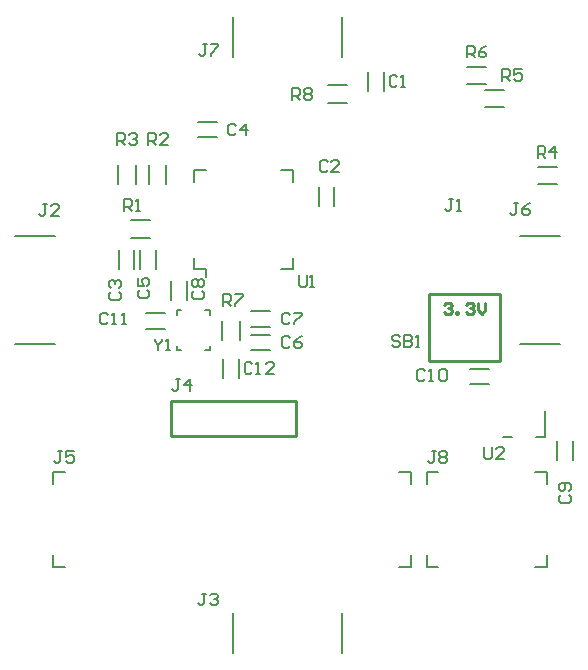
<source format=gto>
G04*
G04 #@! TF.GenerationSoftware,Altium Limited,Altium Designer,23.8.1 (32)*
G04*
G04 Layer_Color=65535*
%FSLAX44Y44*%
%MOMM*%
G71*
G04*
G04 #@! TF.SameCoordinates,30061C5B-BE2C-44CF-A243-5EA776C9CE0C*
G04*
G04*
G04 #@! TF.FilePolarity,Positive*
G04*
G01*
G75*
%ADD10C,0.2540*%
%ADD11C,0.1500*%
%ADD12C,0.1800*%
%ADD13C,0.2000*%
D10*
X120000Y-22346D02*
X180000D01*
X120000Y35000D02*
X180000D01*
Y-22346D02*
Y35000D01*
X120000Y-22346D02*
Y35000D01*
X6750Y-85495D02*
Y-55495D01*
X-98551Y-55495D02*
X6750Y-55495D01*
X-98551Y-85495D02*
Y-55495D01*
Y-85495D02*
X6750Y-85495D01*
X132540Y25871D02*
X134206Y27537D01*
X137538D01*
X139205Y25871D01*
Y24204D01*
X137538Y22538D01*
X135872D01*
X137538D01*
X139205Y20872D01*
Y19206D01*
X137538Y17540D01*
X134206D01*
X132540Y19206D01*
X142537Y17540D02*
Y19206D01*
X144203D01*
Y17540D01*
X142537D01*
X150867Y25871D02*
X152534Y27537D01*
X155866D01*
X157532Y25871D01*
Y24204D01*
X155866Y22538D01*
X154200D01*
X155866D01*
X157532Y20872D01*
Y19206D01*
X155866Y17540D01*
X152534D01*
X150867Y19206D01*
X160864Y27537D02*
Y20872D01*
X164196Y17540D01*
X167529Y20872D01*
Y27537D01*
D11*
X-69250Y55505D02*
X-69250Y49505D01*
X-79250Y55505D02*
X-69250Y55505D01*
X-79250Y65505D02*
X-79250Y55505D01*
X-5250D02*
X4750Y55505D01*
Y65505D01*
Y129505D02*
Y139505D01*
X-5250D02*
X4750D01*
X-79250D02*
X-69250D01*
X-79250D02*
X-79250Y129505D01*
D12*
X42000Y211330D02*
X50000D01*
X34000D02*
X42000D01*
Y196670D02*
X50000D01*
X34000D02*
X42000D01*
X-120000Y5420D02*
X-104000D01*
X-120000Y18580D02*
X-104000D01*
X-40670Y-4000D02*
Y4000D01*
Y12000D01*
X-55330Y-4000D02*
Y4000D01*
Y12000D01*
X-41420Y-36000D02*
Y-20000D01*
X-54580Y-36000D02*
Y-20000D01*
X212000Y127670D02*
X220000D01*
X228000D01*
X212000Y142330D02*
X220000D01*
X228000D01*
X160000Y227330D02*
X168000D01*
X152000D02*
X160000D01*
Y212670D02*
X168000D01*
X152000D02*
X160000D01*
X175000Y207330D02*
X183000D01*
X167000D02*
X175000D01*
Y192670D02*
X183000D01*
X167000D02*
X175000D01*
X81580Y207000D02*
Y223000D01*
X68420Y207000D02*
X68420Y223000D01*
X-117230Y136075D02*
Y144075D01*
Y128075D02*
Y136075D01*
X-102570D02*
Y144075D01*
Y128075D02*
Y136075D01*
X-143230D02*
Y144075D01*
Y128075D02*
Y136075D01*
X-128570D02*
Y144075D01*
Y128075D02*
Y136075D01*
X-129770Y55925D02*
Y71925D01*
X-142930Y55925D02*
Y71925D01*
X-111770D02*
X-111770Y55925D01*
X-124930Y55925D02*
Y71925D01*
X-76000Y167420D02*
X-60000D01*
X-76000Y180580D02*
X-60000D01*
X182000Y-86000D02*
X190000Y-86000D01*
X218000Y-86000D02*
Y-64000D01*
X210000Y-86000D02*
X218000Y-86000D01*
X26170Y109505D02*
Y125505D01*
X39330Y109505D02*
X39330Y125505D01*
X-85420Y30000D02*
Y46000D01*
X-98580Y30000D02*
Y46000D01*
X-31250Y20085D02*
X-15250Y20085D01*
X-31250Y6925D02*
X-15250Y6925D01*
X-132600Y82595D02*
X-124600D01*
X-116600D01*
X-132600Y97255D02*
X-124600D01*
X-116600D01*
X-31250Y85D02*
X-15250Y85D01*
X-31250Y-13075D02*
X-15250D01*
X228420Y-105500D02*
Y-89500D01*
X241580Y-105500D02*
Y-89500D01*
X154500Y-28420D02*
X170500D01*
X154500Y-41580D02*
X170500D01*
D13*
X-94000Y-13000D02*
Y-9000D01*
Y-13000D02*
X-90000D01*
X-94000Y21000D02*
X-90000D01*
X-94000Y17000D02*
Y21000D01*
X-66000Y17000D02*
Y21000D01*
X-70000D02*
X-66000D01*
X-70000Y-13000D02*
X-66000D01*
Y-9000D01*
X196650Y84075D02*
X230650D01*
X196650Y-7925D02*
X230650D01*
X46000Y235075D02*
Y269075D01*
X-46000D02*
X-46000Y235075D01*
X-230650Y84075D02*
X-196650D01*
X-230650Y-7925D02*
X-196650D01*
X46000Y-269075D02*
Y-235075D01*
X-46000Y-269075D02*
X-46000Y-235075D01*
X219443Y-196344D02*
X219443Y-186344D01*
X209443Y-196344D02*
X219443Y-196344D01*
X209358Y-116173D02*
X219358D01*
Y-126173D02*
Y-116173D01*
X117650Y-196075D02*
X127650D01*
X117650D02*
Y-186075D01*
Y-126075D02*
Y-116075D01*
X127650Y-116075D01*
X104443Y-196344D02*
Y-186344D01*
X94443Y-196344D02*
X104443D01*
X94358Y-116173D02*
X104358D01*
Y-126173D02*
Y-116173D01*
X-198350Y-196075D02*
X-188350D01*
X-198350D02*
Y-186075D01*
Y-116075D02*
X-198350Y-126075D01*
X-198350Y-116075D02*
X-188350Y-116075D01*
X9336Y50998D02*
Y42668D01*
X11002Y41002D01*
X14334D01*
X16000Y42668D01*
Y50998D01*
X19332Y41002D02*
X22664D01*
X20998D01*
Y50998D01*
X19332Y49332D01*
X3669Y199002D02*
Y208998D01*
X8668D01*
X10334Y207332D01*
Y204000D01*
X8668Y202334D01*
X3669D01*
X7002D02*
X10334Y199002D01*
X13666Y207332D02*
X15332Y208998D01*
X18664D01*
X20331Y207332D01*
Y205666D01*
X18664Y204000D01*
X20331Y202334D01*
Y200668D01*
X18664Y199002D01*
X15332D01*
X13666Y200668D01*
Y202334D01*
X15332Y204000D01*
X13666Y205666D01*
Y207332D01*
X15332Y204000D02*
X18664D01*
X-152165Y17332D02*
X-153831Y18998D01*
X-157164D01*
X-158830Y17332D01*
Y10668D01*
X-157164Y9002D01*
X-153831D01*
X-152165Y10668D01*
X-148833Y9002D02*
X-145501D01*
X-147167D01*
Y18998D01*
X-148833Y17332D01*
X-140502Y9002D02*
X-137170D01*
X-138836D01*
Y18998D01*
X-140502Y17332D01*
X-112664Y-3002D02*
Y-4668D01*
X-109332Y-8000D01*
X-106000Y-4668D01*
Y-3002D01*
X-109332Y-8000D02*
Y-12998D01*
X-102668D02*
X-99335D01*
X-101002D01*
Y-3002D01*
X-102668Y-4668D01*
X-54331Y25002D02*
Y34998D01*
X-49332D01*
X-47666Y33332D01*
Y30000D01*
X-49332Y28334D01*
X-54331D01*
X-50998D02*
X-47666Y25002D01*
X-44334Y34998D02*
X-37669D01*
Y33332D01*
X-44334Y26668D01*
Y25002D01*
X-29832Y-24668D02*
X-31498Y-23002D01*
X-34830D01*
X-36496Y-24668D01*
Y-31332D01*
X-34830Y-32998D01*
X-31498D01*
X-29832Y-31332D01*
X-26499Y-32998D02*
X-23167D01*
X-24833D01*
Y-23002D01*
X-26499Y-24668D01*
X-11504Y-32998D02*
X-18168D01*
X-11504Y-26334D01*
Y-24668D01*
X-13170Y-23002D01*
X-16502D01*
X-18168Y-24668D01*
X211669Y150002D02*
Y159998D01*
X216668D01*
X218334Y158332D01*
Y155000D01*
X216668Y153334D01*
X211669D01*
X215002D02*
X218334Y150002D01*
X226665D02*
Y159998D01*
X221666Y155000D01*
X228331D01*
X151669Y235002D02*
Y244998D01*
X156668D01*
X158334Y243332D01*
Y240000D01*
X156668Y238334D01*
X151669D01*
X155002D02*
X158334Y235002D01*
X168331Y244998D02*
X164998Y243332D01*
X161666Y240000D01*
Y236668D01*
X163332Y235002D01*
X166665D01*
X168331Y236668D01*
Y238334D01*
X166665Y240000D01*
X161666D01*
X181669Y215002D02*
Y224998D01*
X186668D01*
X188334Y223332D01*
Y220000D01*
X186668Y218334D01*
X181669D01*
X185002D02*
X188334Y215002D01*
X198331Y224998D02*
X191666D01*
Y220000D01*
X194998Y221666D01*
X196665D01*
X198331Y220000D01*
Y216668D01*
X196665Y215002D01*
X193332D01*
X191666Y216668D01*
X194905Y111403D02*
X191573D01*
X193239D01*
Y103073D01*
X191573Y101406D01*
X189907D01*
X188241Y103073D01*
X204902Y111403D02*
X201570Y109737D01*
X198238Y106405D01*
Y103073D01*
X199904Y101406D01*
X203236D01*
X204902Y103073D01*
Y104739D01*
X203236Y106405D01*
X198238D01*
X-68566Y246073D02*
X-71898D01*
X-70232D01*
Y237743D01*
X-71898Y236077D01*
X-73565D01*
X-75231Y237743D01*
X-65234Y246073D02*
X-58569D01*
Y244407D01*
X-65234Y237743D01*
Y236077D01*
X-203566Y111073D02*
X-206898D01*
X-205232D01*
Y102743D01*
X-206898Y101077D01*
X-208564D01*
X-210231Y102743D01*
X-193569Y101077D02*
X-200234D01*
X-193569Y107741D01*
Y109407D01*
X-195236Y111073D01*
X-198568D01*
X-200234Y109407D01*
X-69316Y-218827D02*
X-72648D01*
X-70982D01*
Y-227157D01*
X-72648Y-228823D01*
X-74315D01*
X-75981Y-227157D01*
X-65984Y-220493D02*
X-64318Y-218827D01*
X-60985D01*
X-59319Y-220493D01*
Y-222159D01*
X-60985Y-223825D01*
X-62652D01*
X-60985D01*
X-59319Y-225491D01*
Y-227157D01*
X-60985Y-228823D01*
X-64318D01*
X-65984Y-227157D01*
X95002Y-1668D02*
X93336Y-2D01*
X90003D01*
X88337Y-1668D01*
Y-3334D01*
X90003Y-5000D01*
X93336D01*
X95002Y-6666D01*
Y-8332D01*
X93336Y-9998D01*
X90003D01*
X88337Y-8332D01*
X98334Y-2D02*
Y-9998D01*
X103332D01*
X104998Y-8332D01*
Y-6666D01*
X103332Y-5000D01*
X98334D01*
X103332D01*
X104998Y-3334D01*
Y-1668D01*
X103332Y-2D01*
X98334D01*
X108331Y-9998D02*
X111663D01*
X109997D01*
Y-2D01*
X108331Y-1668D01*
X125251Y-97932D02*
X121918D01*
X123584D01*
Y-106263D01*
X121918Y-107929D01*
X120252D01*
X118586Y-106263D01*
X128583Y-99598D02*
X130249Y-97932D01*
X133581D01*
X135247Y-99598D01*
Y-101264D01*
X133581Y-102931D01*
X135247Y-104597D01*
Y-106263D01*
X133581Y-107929D01*
X130249D01*
X128583Y-106263D01*
Y-104597D01*
X130249Y-102931D01*
X128583Y-101264D01*
Y-99598D01*
X130249Y-102931D02*
X133581D01*
X-190725Y-97932D02*
X-194058D01*
X-192392D01*
Y-106263D01*
X-194058Y-107929D01*
X-195724D01*
X-197390Y-106263D01*
X-180729Y-97932D02*
X-187393D01*
Y-102931D01*
X-184061Y-101264D01*
X-182395D01*
X-180729Y-102931D01*
Y-106263D01*
X-182395Y-107929D01*
X-185727D01*
X-187393Y-106263D01*
X166669Y-95002D02*
Y-103332D01*
X168335Y-104998D01*
X171668D01*
X173334Y-103332D01*
Y-95002D01*
X183331Y-104998D02*
X176666D01*
X183331Y-98334D01*
Y-96668D01*
X181665Y-95002D01*
X178332D01*
X176666Y-96668D01*
X116400Y-30763D02*
X114734Y-29096D01*
X111402D01*
X109736Y-30763D01*
Y-37427D01*
X111402Y-39093D01*
X114734D01*
X116400Y-37427D01*
X119733Y-39093D02*
X123065D01*
X121399D01*
Y-29096D01*
X119733Y-30763D01*
X128063D02*
X129730Y-29096D01*
X133062D01*
X134728Y-30763D01*
Y-37427D01*
X133062Y-39093D01*
X129730D01*
X128063Y-37427D01*
Y-30763D01*
X231518Y-135216D02*
X229852Y-136882D01*
Y-140215D01*
X231518Y-141881D01*
X238182D01*
X239848Y-140215D01*
Y-136882D01*
X238182Y-135216D01*
Y-131884D02*
X239848Y-130218D01*
Y-126885D01*
X238182Y-125219D01*
X231518D01*
X229852Y-126885D01*
Y-130218D01*
X231518Y-131884D01*
X233184D01*
X234850Y-130218D01*
Y-125219D01*
X-79209Y37490D02*
X-80875Y35824D01*
Y32492D01*
X-79209Y30826D01*
X-72544D01*
X-70878Y32492D01*
Y35824D01*
X-72544Y37490D01*
X-79209Y40823D02*
X-80875Y42489D01*
Y45821D01*
X-79209Y47487D01*
X-77543D01*
X-75876Y45821D01*
X-74210Y47487D01*
X-72544D01*
X-70878Y45821D01*
Y42489D01*
X-72544Y40823D01*
X-74210D01*
X-75876Y42489D01*
X-77543Y40823D01*
X-79209D01*
X-75876Y42489D02*
Y45821D01*
X-144231Y161077D02*
Y171073D01*
X-139232D01*
X-137566Y169407D01*
Y166075D01*
X-139232Y164409D01*
X-144231D01*
X-140898D02*
X-137566Y161077D01*
X-134234Y169407D02*
X-132568Y171073D01*
X-129235D01*
X-127569Y169407D01*
Y167741D01*
X-129235Y166075D01*
X-130902D01*
X-129235D01*
X-127569Y164409D01*
Y162743D01*
X-129235Y161077D01*
X-132568D01*
X-134234Y162743D01*
X-118231Y161077D02*
Y171073D01*
X-113232D01*
X-111566Y169407D01*
Y166075D01*
X-113232Y164409D01*
X-118231D01*
X-114898D02*
X-111566Y161077D01*
X-101569D02*
X-108234D01*
X-101569Y167741D01*
Y169407D01*
X-103236Y171073D01*
X-106568D01*
X-108234Y169407D01*
X-138208Y105177D02*
Y115174D01*
X-133210D01*
X-131544Y113508D01*
Y110175D01*
X-133210Y108509D01*
X-138208D01*
X-134876D02*
X-131544Y105177D01*
X-128211D02*
X-124879D01*
X-126545D01*
Y115174D01*
X-128211Y113508D01*
X-91158Y-37226D02*
X-94490D01*
X-92824D01*
Y-45557D01*
X-94490Y-47223D01*
X-96156D01*
X-97822Y-45557D01*
X-82827Y-47223D02*
Y-37226D01*
X-87825Y-42225D01*
X-81161D01*
X140000Y114998D02*
X136668D01*
X138334D01*
Y106668D01*
X136668Y105002D01*
X135002D01*
X133336Y106668D01*
X143332Y105002D02*
X146664D01*
X144998D01*
Y114998D01*
X143332Y113332D01*
X2334Y17332D02*
X668Y18998D01*
X-2664D01*
X-4331Y17332D01*
Y10668D01*
X-2664Y9002D01*
X668D01*
X2334Y10668D01*
X5666Y18998D02*
X12331D01*
Y17332D01*
X5666Y10668D01*
Y9002D01*
X2334Y-2668D02*
X668Y-1002D01*
X-2664D01*
X-4331Y-2668D01*
Y-9332D01*
X-2664Y-10998D01*
X668D01*
X2334Y-9332D01*
X12331Y-1002D02*
X8998Y-2668D01*
X5666Y-6000D01*
Y-9332D01*
X7332Y-10998D01*
X10664D01*
X12331Y-9332D01*
Y-7666D01*
X10664Y-6000D01*
X5666D01*
X-125332Y38334D02*
X-126998Y36668D01*
Y33335D01*
X-125332Y31669D01*
X-118668D01*
X-117002Y33335D01*
Y36668D01*
X-118668Y38334D01*
X-126998Y48331D02*
Y41666D01*
X-122000D01*
X-123666Y44998D01*
Y46665D01*
X-122000Y48331D01*
X-118668D01*
X-117002Y46665D01*
Y43332D01*
X-118668Y41666D01*
X-43666Y177332D02*
X-45332Y178998D01*
X-48664D01*
X-50331Y177332D01*
Y170668D01*
X-48664Y169002D01*
X-45332D01*
X-43666Y170668D01*
X-35336Y169002D02*
Y178998D01*
X-40334Y174000D01*
X-33669D01*
X-149332Y36334D02*
X-150998Y34668D01*
Y31335D01*
X-149332Y29669D01*
X-142668D01*
X-141002Y31335D01*
Y34668D01*
X-142668Y36334D01*
X-149332Y39666D02*
X-150998Y41332D01*
Y44665D01*
X-149332Y46331D01*
X-147666D01*
X-146000Y44665D01*
Y42998D01*
Y44665D01*
X-144334Y46331D01*
X-142668D01*
X-141002Y44665D01*
Y41332D01*
X-142668Y39666D01*
X33811Y146528D02*
X32144Y148194D01*
X28812D01*
X27146Y146528D01*
Y139863D01*
X28812Y138197D01*
X32144D01*
X33811Y139863D01*
X43807Y138197D02*
X37143D01*
X43807Y144861D01*
Y146528D01*
X42141Y148194D01*
X38809D01*
X37143Y146528D01*
X93000Y218332D02*
X91334Y219998D01*
X88002D01*
X86335Y218332D01*
Y211668D01*
X88002Y210002D01*
X91334D01*
X93000Y211668D01*
X96332Y210002D02*
X99664D01*
X97998D01*
Y219998D01*
X96332Y218332D01*
M02*

</source>
